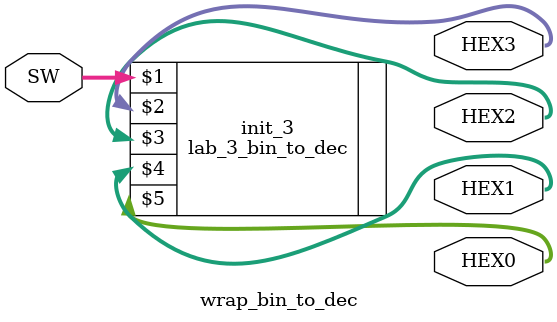
<source format=v>
module wrap_bin_to_dec(
     input [3:0] SW,
    // input [3:0] KEY,
	  output [6:0] HEX3,
     output [6:0] HEX2,
     output [6:0] HEX1,
     output [6:0] HEX0
);

lab_3_bin_to_dec init_3(SW[3:0], HEX3[6:0], HEX2[6:0], HEX1[6:0], HEX0[6:0]);

endmodule
</source>
